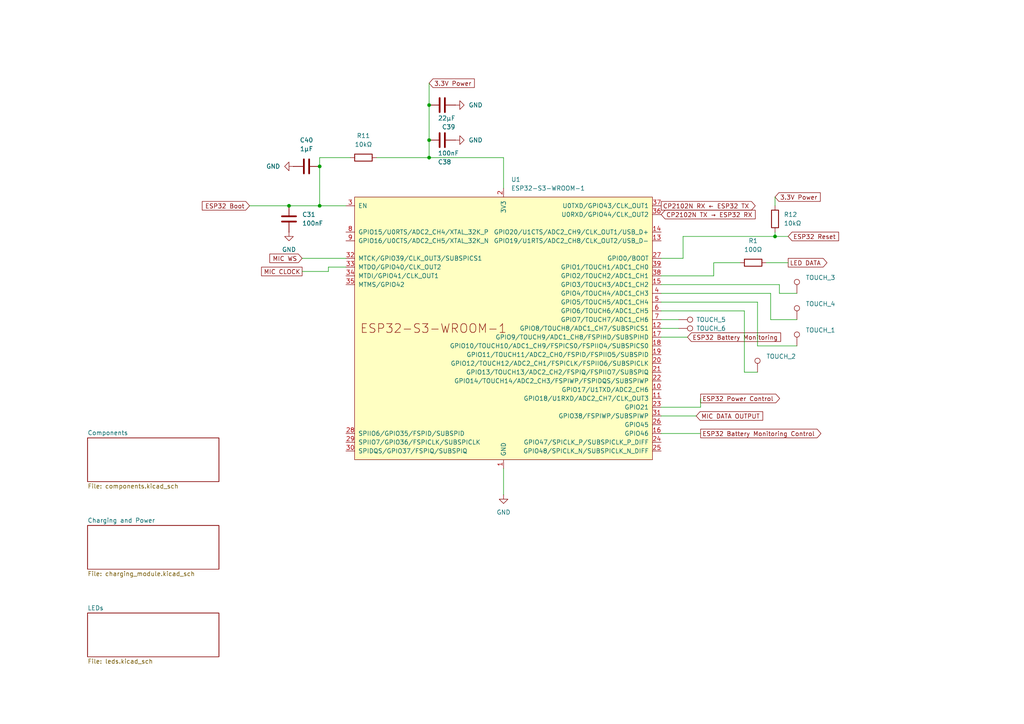
<source format=kicad_sch>
(kicad_sch (version 20250114) (generator "eeschema") (generator_version "9.0")
  (paper "A4")
  (lib_symbols
    (symbol "Connector:TestPoint" (pin_numbers (hide yes)) (pin_names (offset 0.762) (hide yes))
      (property "Reference" "TP" (at 0 6.858 0))
      (property "Value" "TestPoint" (at 0 5.08 0))
      (symbol "TestPoint_0_1"
        (circle (center 0 3.302) (radius 0.762))
      )
      (symbol "TestPoint_1_1"
        (pin passive line (at 0 0 90) (length 2.54) (name "1") (number "1"))
      )
    )
    (symbol "Device:C" (pin_numbers (hide yes)) (pin_names (offset 0.254))
      (property "Reference" "C" (at 0.635 2.54 0))
      (property "Value" "C" (at 0.635 -2.54 0))
      (symbol "C_0_1"
        (polyline (pts (xy -2.032 0.762) (xy 2.032 0.762)) (stroke (width 0.508)))
        (polyline (pts (xy -2.032 -0.762) (xy 2.032 -0.762)) (stroke (width 0.508)))
      )
      (symbol "C_1_1"
        (pin passive line (at 0 3.81 270) (length 2.794) (name "~") (number "1"))
        (pin passive line (at 0 -3.81 90) (length 2.794) (name "~") (number "2"))
      )
    )
    (symbol "Device:R" (pin_numbers (hide yes)) (pin_names (offset 0))
      (property "Reference" "R" (at 2.032 0 90))
      (property "Value" "R" (at 0 0 90))
      (symbol "R_0_1"
        (rectangle (start -1.016 -2.54) (end 1.016 2.54) (stroke (width 0.254)))
      )
      (symbol "R_1_1"
        (pin passive line (at 0 3.81 270) (length 1.27) (name "~") (number "1"))
        (pin passive line (at 0 -3.81 90) (length 1.27) (name "~") (number "2"))
      )
    )
    (symbol "PCM_Espressif:ESP32-S3-WROOM-1" (pin_names (offset 1.016))
      (property "Reference" "U" (at -43.18 43.18 0))
      (property "Value" "ESP32-S3-WROOM-1" (at -43.18 40.64 0))
      (symbol "ESP32-S3-WROOM-1_0_0"
        (text "ESP32-S3-WROOM-1" (at -20.32 0 0) (effects (font (size 2.54 2.54))))
        (pin input line (at -45.72 35.56 0) (length 2.54) (name "EN") (number "3"))
        (pin bidirectional line (at -45.72 27.94 0) (length 2.54) (name "GPIO15/U0RTS/ADC2_CH4/XTAL_32K_P") (number "8"))
        (pin bidirectional line (at -45.72 25.4 0) (length 2.54) (name "GPIO16/U0CTS/ADC2_CH5/XTAL_32K_N") (number "9"))
        (pin bidirectional line (at -45.72 20.32 0) (length 2.54) (name "MTCK/GPIO39/CLK_OUT3/SUBSPICS1") (number "32"))
        (pin bidirectional line (at -45.72 17.78 0) (length 2.54) (name "MTDO/GPIO40/CLK_OUT2") (number "33"))
        (pin bidirectional line (at -45.72 15.24 0) (length 2.54) (name "MTDI/GPIO41/CLK_OUT1") (number "34"))
        (pin bidirectional line (at -45.72 12.7 0) (length 2.54) (name "MTMS/GPIO42") (number "35"))
        (pin bidirectional line (at -45.72 -30.48 0) (length 2.54) (name "SPIIO6/GPIO35/FSPID/SUBSPID") (number "28"))
        (pin bidirectional line (at -45.72 -33.02 0) (length 2.54) (name "SPIIO7/GPIO36/FSPICLK/SUBSPICLK") (number "29"))
        (pin bidirectional line (at -45.72 -35.56 0) (length 2.54) (name "SPIDQS/GPIO37/FSPIQ/SUBSPIQ") (number "30"))
        (pin power_in line (at 0 40.64 270) (length 2.54) (name "3V3") (number "2"))
        (pin power_in line (at 0 -40.64 90) (length 2.54) (name "GND") (number "1"))
        (pin passive line (at 0 -40.64 90) (length 2.54) (hide yes) (name "GND") (number "40"))
        (pin passive line (at 0 -40.64 90) (length 2.54) (hide yes) (name "GND") (number "41"))
        (pin bidirectional line (at 45.72 35.56 180) (length 2.54) (name "U0TXD/GPIO43/CLK_OUT1") (number "37"))
        (pin bidirectional line (at 45.72 33.02 180) (length 2.54) (name "U0RXD/GPIO44/CLK_OUT2") (number "36"))
        (pin bidirectional line (at 45.72 27.94 180) (length 2.54) (name "GPIO20/U1CTS/ADC2_CH9/CLK_OUT1/USB_D+") (number "14"))
        (pin bidirectional line (at 45.72 25.4 180) (length 2.54) (name "GPIO19/U1RTS/ADC2_CH8/CLK_OUT2/USB_D-") (number "13"))
        (pin bidirectional line (at 45.72 20.32 180) (length 2.54) (name "GPIO0/BOOT") (number "27"))
        (pin bidirectional line (at 45.72 17.78 180) (length 2.54) (name "GPIO1/TOUCH1/ADC1_CH0") (number "39"))
        (pin bidirectional line (at 45.72 15.24 180) (length 2.54) (name "GPIO2/TOUCH2/ADC1_CH1") (number "38"))
        (pin bidirectional line (at 45.72 12.7 180) (length 2.54) (name "GPIO3/TOUCH3/ADC1_CH2") (number "15"))
        (pin bidirectional line (at 45.72 10.16 180) (length 2.54) (name "GPIO4/TOUCH4/ADC1_CH3") (number "4"))
        (pin bidirectional line (at 45.72 7.62 180) (length 2.54) (name "GPIO5/TOUCH5/ADC1_CH4") (number "5"))
        (pin bidirectional line (at 45.72 5.08 180) (length 2.54) (name "GPIO6/TOUCH6/ADC1_CH5") (number "6"))
        (pin bidirectional line (at 45.72 2.54 180) (length 2.54) (name "GPIO7/TOUCH7/ADC1_CH6") (number "7"))
        (pin bidirectional line (at 45.72 0 180) (length 2.54) (name "GPIO8/TOUCH8/ADC1_CH7/SUBSPICS1") (number "12"))
        (pin bidirectional line (at 45.72 -2.54 180) (length 2.54) (name "GPIO9/TOUCH9/ADC1_CH8/FSPIHD/SUBSPIHD") (number "17"))
        (pin bidirectional line (at 45.72 -5.08 180) (length 2.54) (name "GPIO10/TOUCH10/ADC1_CH9/FSPICS0/FSPIIO4/SUBSPICS0") (number "18"))
        (pin bidirectional line (at 45.72 -7.62 180) (length 2.54) (name "GPIO11/TOUCH11/ADC2_CH0/FSPID/FSPIIO5/SUBSPID") (number "19"))
        (pin bidirectional line (at 45.72 -10.16 180) (length 2.54) (name "GPIO12/TOUCH12/ADC2_CH1/FSPICLK/FSPIIO6/SUBSPICLK") (number "20"))
        (pin bidirectional line (at 45.72 -12.7 180) (length 2.54) (name "GPIO13/TOUCH13/ADC2_CH2/FSPIQ/FSPIIO7/SUBSPIQ") (number "21"))
        (pin bidirectional line (at 45.72 -15.24 180) (length 2.54) (name "GPIO14/TOUCH14/ADC2_CH3/FSPIWP/FSPIDQS/SUBSPIWP") (number "22"))
        (pin bidirectional line (at 45.72 -17.78 180) (length 2.54) (name "GPIO17/U1TXD/ADC2_CH6") (number "10"))
        (pin bidirectional line (at 45.72 -20.32 180) (length 2.54) (name "GPIO18/U1RXD/ADC2_CH7/CLK_OUT3") (number "11"))
        (pin bidirectional line (at 45.72 -22.86 180) (length 2.54) (name "GPIO21") (number "23"))
        (pin bidirectional line (at 45.72 -25.4 180) (length 2.54) (name "GPIO38/FSPIWP/SUBSPIWP") (number "31"))
        (pin bidirectional line (at 45.72 -27.94 180) (length 2.54) (name "GPIO45") (number "26"))
        (pin bidirectional line (at 45.72 -30.48 180) (length 2.54) (name "GPIO46") (number "16"))
        (pin bidirectional line (at 45.72 -33.02 180) (length 2.54) (name "GPIO47/SPICLK_P/SUBSPICLK_P_DIFF") (number "24"))
        (pin bidirectional line (at 45.72 -35.56 180) (length 2.54) (name "GPIO48/SPICLK_N/SUBSPICLK_N_DIFF") (number "25"))
      )
      (symbol "ESP32-S3-WROOM-1_0_1"
        (rectangle (start -43.18 38.1) (end 43.18 -38.1) (fill (type background)))
      )
    )
    (symbol "power:GND" (power) (pin_numbers (hide yes)) (pin_names (offset 0) (hide yes))
      (property "Value" "GND" (at 0 -3.81 0))
      (symbol "GND_0_1"
        (polyline (pts (xy 0 0) (xy 0 -1.27) (xy 1.27 -1.27) (xy 0 -2.54) (xy -1.27 -1.27) (xy 0 -1.27)))
      )
      (symbol "GND_1_1"
        (pin power_in line (at 0 0 270) (length 0) (name "~") (number "1"))
      )
    )
  )
  (junction (at 224.79 68.58))
  (junction (at 124.46 40.64))
  (junction (at 124.46 30.48))
  (junction (at 83.82 59.69))
  (junction (at 92.71 59.69))
  (junction (at 124.46 45.72))
  (junction (at 92.71 48.26))
  (wire (pts (xy 124.46 45.72) (xy 146.05 45.72)))
  (wire (pts (xy 223.52 92.71) (xy 223.52 85.09)))
  (wire (pts (xy 198.12 74.93) (xy 191.77 74.93)))
  (wire (pts (xy 191.77 85.09) (xy 223.52 85.09)))
  (wire (pts (xy 191.77 92.71) (xy 196.85 92.71)))
  (wire (pts (xy 92.71 59.69) (xy 100.33 59.69)))
  (wire (pts (xy 146.05 45.72) (xy 146.05 54.61)))
  (wire (pts (xy 215.9 90.17) (xy 215.9 107.95)))
  (wire (pts (xy 219.71 100.33) (xy 219.71 87.63)))
  (wire (pts (xy 224.79 57.15) (xy 224.79 59.69)))
  (wire (pts (xy 207.01 76.2) (xy 207.01 80.01)))
  (wire (pts (xy 83.82 59.69) (xy 92.71 59.69)))
  (wire (pts (xy 124.46 40.64) (xy 124.46 45.72)))
  (wire (pts (xy 224.79 67.31) (xy 224.79 68.58)))
  (wire (pts (xy 124.46 24.13) (xy 124.46 30.48)))
  (wire (pts (xy 72.39 59.69) (xy 83.82 59.69)))
  (wire (pts (xy 222.25 76.2) (xy 228.6 76.2)))
  (wire (pts (xy 191.77 125.73) (xy 203.2 125.73)))
  (wire (pts (xy 228.6 68.58) (xy 224.79 68.58)))
  (wire (pts (xy 95.25 77.47) (xy 95.25 78.74)))
  (wire (pts (xy 100.33 77.47) (xy 95.25 77.47)))
  (wire (pts (xy 223.52 92.71) (xy 231.14 92.71)))
  (wire (pts (xy 124.46 30.48) (xy 124.46 40.64)))
  (wire (pts (xy 215.9 107.95) (xy 219.71 107.95)))
  (wire (pts (xy 101.6 45.72) (xy 92.71 45.72)))
  (wire (pts (xy 92.71 45.72) (xy 92.71 48.26)))
  (wire (pts (xy 207.01 80.01) (xy 191.77 80.01)))
  (wire (pts (xy 191.77 97.79) (xy 199.39 97.79)))
  (wire (pts (xy 191.77 87.63) (xy 219.71 87.63)))
  (wire (pts (xy 226.06 85.09) (xy 226.06 82.55)))
  (wire (pts (xy 191.77 90.17) (xy 215.9 90.17)))
  (wire (pts (xy 146.05 135.89) (xy 146.05 143.51)))
  (wire (pts (xy 226.06 85.09) (xy 231.14 85.09)))
  (wire (pts (xy 198.12 68.58) (xy 198.12 74.93)))
  (wire (pts (xy 191.77 95.25) (xy 196.85 95.25)))
  (wire (pts (xy 207.01 76.2) (xy 214.63 76.2)))
  (wire (pts (xy 124.46 45.72) (xy 109.22 45.72)))
  (wire (pts (xy 219.71 100.33) (xy 231.14 100.33)))
  (wire (pts (xy 191.77 120.65) (xy 201.93 120.65)))
  (wire (pts (xy 95.25 78.74) (xy 87.63 78.74)))
  (wire (pts (xy 92.71 48.26) (xy 92.71 59.69)))
  (wire (pts (xy 226.06 82.55) (xy 191.77 82.55)))
  (wire (pts (xy 191.77 118.11) (xy 203.2 118.11)))
  (wire (pts (xy 224.79 68.58) (xy 198.12 68.58)))
  (wire (pts (xy 203.2 118.11) (xy 203.2 115.57)))
  (wire (pts (xy 87.63 74.93) (xy 100.33 74.93)))
  (global_label "CP2102N RX ← ESP32 TX" (shape output) (at 191.77 59.69 0) (property "Intersheetrefs" "${INTERSHEET_REFS}" (effects (hide yes))))
  (global_label "CP2102N TX → ESP32 RX" (shape input) (at 191.77 62.23 0) (property "Intersheetrefs" "${INTERSHEET_REFS}" (effects (hide yes))))
  (global_label "ESP32 Power Control" (shape output) (at 203.2 115.57 0) (property "Intersheetrefs" "${INTERSHEET_REFS}" (effects (hide yes))))
  (global_label "ESP32 Reset" (shape input) (at 228.6 68.58 0) (property "Intersheetrefs" "${INTERSHEET_REFS}" (effects (hide yes))))
  (global_label "3.3V Power" (shape input) (at 124.46 24.13 0) (property "Intersheetrefs" "${INTERSHEET_REFS}" (effects (hide yes))))
  (global_label "3.3V Power" (shape input) (at 224.79 57.15 0) (property "Intersheetrefs" "${INTERSHEET_REFS}" (effects (hide yes))))
  (global_label "ESP32 Battery Monitoring Control" (shape output) (at 203.2 125.73 0) (property "Intersheetrefs" "${INTERSHEET_REFS}" (effects (hide yes))))
  (global_label "LED DATA" (shape output) (at 228.6 76.2 0) (property "Intersheetrefs" "${LED_DATA}" (effects (hide yes))))
  (global_label "MIC WS" (shape input) (at 87.63 74.93 180) (property "Intersheetrefs" "${INTERSHEET_REFS}" (effects (hide yes))))
  (global_label "MIC DATA OUTPUT" (shape input) (at 201.93 120.65 0) (property "Intersheetrefs" "${INTERSHEET_REFS}" (effects (hide yes))))
  (global_label "ESP32 Battery Monitoring" (shape input) (at 199.39 97.79 0) (property "Intersheetrefs" "${INTERSHEET_REFS}" (effects (hide yes))))
  (global_label "ESP32 Boot" (shape input) (at 72.39 59.69 180) (property "Intersheetrefs" "${INTERSHEET_REFS}" (effects (hide yes))))
  (global_label "MIC CLOCK" (shape passive) (at 87.63 78.74 180) (property "Intersheetrefs" "${INTERSHEET_REFS}" (effects (hide yes))))
  (symbol (lib_id "Device:C") (at 88.9 48.26 90) (unit 1)
    (property "Reference" "C40" (at 88.9 40.64 90))
    (property "Value" "1µF" (at 88.9 43.18 90))
    (property "Footprint" "Capacitor_SMD:C_0603_1608Metric" (effects (hide yes)))
    (property "Datasheet" "https://jlcpcb.com/api/file/downloadByFileSystemAccessId/8556213788459761664" (effects (hide yes)))
    (property "Description" "Unpolarized capacitor" (effects (hide yes)))
    (property "JLCPCB Part #" "C15849" (effects (hide yes)))
  )
  (symbol (lib_id "Connector:TestPoint") (at 231.14 85.09 0) (unit 1)
    (property "Reference" "TOUCH_3" (at 233.68 80.5179 0) (effects (justify left)))
    (property "Value" "TestPoint" (effects (hide yes)))
    (property "Footprint" "footprints:TestPoint_Pad_D12.0mm" (effects (hide yes)))
    (property "Description" "test point" (effects (hide yes)))
  )
  (symbol (lib_id "power:GND") (at 85.09 48.26 270) (unit 1)
    (property "Reference" "#PWR037" (effects (hide yes)))
    (property "Value" "GND" (at 81.28 48.2599 90) (effects (justify right)))
    (property "Description" "Power symbol creates a global label with name \"GND\" , ground" (effects (hide yes)))
  )
  (symbol (lib_id "power:GND") (at 146.05 143.51 0) (unit 1)
    (property "Reference" "#PWR09" (effects (hide yes)))
    (property "Value" "GND" (at 146.05 148.59 0))
    (property "Description" "Power symbol creates a global label with name \"GND\" , ground" (effects (hide yes)))
  )
  (symbol (lib_id "Connector:TestPoint") (at 231.14 92.71 0) (unit 1)
    (property "Reference" "TOUCH_4" (at 233.68 88.1379 0) (effects (justify left)))
    (property "Value" "TestPoint" (effects (hide yes)))
    (property "Footprint" "footprints:Touch_Pad_StopSign_6mm" (effects (hide yes)))
    (property "Description" "test point" (effects (hide yes)))
  )
  (symbol (lib_id "power:GND") (at 132.08 30.48 90) (unit 1)
    (property "Reference" "#PWR036" (effects (hide yes)))
    (property "Value" "GND" (at 135.89 30.4799 90) (effects (justify right)))
    (property "Description" "Power symbol creates a global label with name \"GND\" , ground" (effects (hide yes)))
  )
  (symbol (lib_id "Connector:TestPoint") (at 196.85 92.71 270) (unit 1)
    (property "Reference" "TOUCH_5" (at 201.93 92.71 90) (effects (justify left)))
    (property "Value" "TestPoint" (effects (hide yes)))
    (property "Footprint" "footprints:TestPoint_Pad_D7.0mm" (effects (hide yes)))
    (property "Description" "test point" (effects (hide yes)))
  )
  (symbol (lib_id "power:GND") (at 132.08 40.64 90) (unit 1)
    (property "Reference" "#PWR035" (effects (hide yes)))
    (property "Value" "GND" (at 135.89 40.6399 90) (effects (justify right)))
    (property "Description" "Power symbol creates a global label with name \"GND\" , ground" (effects (hide yes)))
  )
  (symbol (lib_id "Connector:TestPoint") (at 219.71 107.95 0) (unit 1)
    (property "Reference" "TOUCH_2" (at 222.25 103.3779 0) (effects (justify left)))
    (property "Value" "TestPoint" (effects (hide yes)))
    (property "Footprint" "footprints:TestPoint_Pad_D12.0mm" (effects (hide yes)))
    (property "Description" "test point" (effects (hide yes)))
  )
  (symbol (lib_id "Device:C") (at 83.82 63.5 180) (unit 1)
    (property "Reference" "C31" (at 87.63 62.2299 0) (effects (justify right)))
    (property "Value" "100nF" (at 87.63 64.7699 0) (effects (justify right)))
    (property "Footprint" "Capacitor_SMD:C_0402_1005Metric" (effects (hide yes)))
    (property "Datasheet" "https://www.lcsc.com/datasheet/lcsc_datasheet_2304140030_Samsung-Electro-Mechanics-CL05B104KO5NNNC_C1525.pdf" (effects (hide yes)))
    (property "Description" "Unpolarized capacitor" (effects (hide yes)))
    (property "JLCPCB Part #" "C1525" (effects (hide yes)))
  )
  (symbol (lib_id "power:GND") (at 83.82 67.31 0) (unit 1)
    (property "Reference" "#PWR038" (effects (hide yes)))
    (property "Value" "GND" (at 83.82 72.39 0))
    (property "Description" "Power symbol creates a global label with name \"GND\" , ground" (effects (hide yes)))
  )
  (symbol (lib_id "Device:R") (at 224.79 63.5 0) (unit 1)
    (property "Reference" "R12" (at 227.33 62.2299 0) (effects (justify left)))
    (property "Value" "10kΩ" (at 227.33 64.7699 0) (effects (justify left)))
    (property "Footprint" "Resistor_SMD:R_0603_1608Metric" (effects (hide yes)))
    (property "Datasheet" "https://jlcpcb.com/api/file/downloadByFileSystemAccessId/8579706381320323072" (effects (hide yes)))
    (property "Description" "Resistor" (effects (hide yes)))
    (property "JLCPCB Part #" "C25804" (effects (hide yes)))
  )
  (symbol (lib_id "Connector:TestPoint") (at 196.85 95.25 270) (unit 1)
    (property "Reference" "TOUCH_6" (at 201.93 95.2499 90) (effects (justify left)))
    (property "Value" "TestPoint" (effects (hide yes)))
    (property "Footprint" "footprints:TestPoint_Pad_D7.0mm" (effects (hide yes)))
    (property "Description" "test point" (effects (hide yes)))
  )
  (symbol (lib_id "Device:R") (at 105.41 45.72 90) (unit 1)
    (property "Reference" "R11" (at 105.41 39.37 90))
    (property "Value" "10kΩ" (at 105.41 41.91 90))
    (property "Footprint" "Resistor_SMD:R_0603_1608Metric" (effects (hide yes)))
    (property "Datasheet" "https://jlcpcb.com/api/file/downloadByFileSystemAccessId/8579706381320323072" (effects (hide yes)))
    (property "Description" "Resistor" (effects (hide yes)))
    (property "JLCPCB Part #" "C25804" (effects (hide yes)))
  )
  (symbol (lib_id "PCM_Espressif:ESP32-S3-WROOM-1") (at 146.05 95.25 0) (unit 1)
    (property "Reference" "U1" (at 148.2441 52.07 0) (effects (justify left)))
    (property "Value" "ESP32-S3-WROOM-1" (at 148.2441 54.61 0) (effects (justify left)))
    (property "Footprint" "RF_Module:ESP32-S3-WROOM-1" (effects (hide yes)))
    (property "Datasheet" "https://www.espressif.com/sites/default/files/documentation/esp32-s3-wroom-1_wroom-1u_datasheet_en.pdf" (effects (hide yes)))
    (property "Description" "2.4 GHz WiFi (802.11 b/g/n) and Bluetooth ® 5 (LE) module Built around ESP32S3 series of SoCs, Xtensa ® dualcore 32bit LX7 microprocessor Flash up to 16 MB, PSRAM up to 8 MB 36 GPIOs, rich set of peripherals Onboard PCB antenna" (effects (hide yes)))
    (property "JLCPCB Part #" "C2913198" (effects (hide yes)))
  )
  (symbol (lib_id "Device:C") (at 128.27 30.48 90) (unit 1)
    (property "Reference" "C39" (at 132.08 36.83 90) (effects (justify left)))
    (property "Value" "22µF" (at 132.08 34.29 90) (effects (justify left)))
    (property "Footprint" "Capacitor_SMD:C_0603_1608Metric" (effects (hide yes)))
    (property "Datasheet" "https://jlcpcb.com/api/file/downloadByFileSystemAccessId/8555544417670705152" (effects (hide yes)))
    (property "Description" "Unpolarized capacitor" (effects (hide yes)))
    (property "JLCPCB Part #" "C59461" (effects (hide yes)))
  )
  (symbol (lib_id "Device:R") (at 218.44 76.2 90) (unit 1)
    (property "Reference" "R1" (at 218.44 69.85 90))
    (property "Value" "100Ω" (at 218.44 72.39 90))
    (property "Footprint" "Resistor_SMD:R_0603_1608Metric" (effects (hide yes)))
    (property "Datasheet" "https://jlcpcb.com/api/file/downloadByFileSystemAccessId/8579706114222985216" (effects (hide yes)))
    (property "Description" "Resistor" (effects (hide yes)))
    (property "JLCPCB Part #" "C22775" (effects (hide yes)))
  )
  (symbol (lib_id "Connector:TestPoint") (at 231.14 100.33 0) (unit 1)
    (property "Reference" "TOUCH_1" (at 233.68 95.7579 0) (effects (justify left)))
    (property "Value" "TestPoint" (effects (hide yes)))
    (property "Footprint" "footprints:TestPoint_Pad_D12.0mm" (effects (hide yes)))
    (property "Description" "test point" (effects (hide yes)))
  )
  (symbol (lib_id "Device:C") (at 128.27 40.64 270) (unit 1)
    (property "Reference" "C38" (at 127 46.99 90) (effects (justify left)))
    (property "Value" "100nF" (at 127 44.45 90) (effects (justify left)))
    (property "Footprint" "Capacitor_SMD:C_0402_1005Metric" (effects (hide yes)))
    (property "Datasheet" "https://www.lcsc.com/datasheet/lcsc_datasheet_2304140030_Samsung-Electro-Mechanics-CL05B104KO5NNNC_C1525.pdf" (effects (hide yes)))
    (property "Description" "Unpolarized capacitor" (effects (hide yes)))
    (property "JLCPCB Part #" "C1525" (effects (hide yes)))
  )
  (sheet (at 25.4 177.8) (size 38.1 12.7) (stroke (width 0.1524))
    (property "Sheetname" "LEDs" (at 25.4 177.0884 0) (effects (justify left bottom)))
    (property "Sheetfile" "leds.kicad_sch" (at 25.4 191.0846 0) (effects (justify left top)))
  )
  (sheet (at 25.4 127) (size 38.1 12.7) (stroke (width 0.1524))
    (property "Sheetname" "Components" (at 25.4 126.2884 0) (effects (justify left bottom)))
    (property "Sheetfile" "components.kicad_sch" (at 25.4 140.2846 0) (effects (justify left top)))
  )
  (sheet (at 25.4 152.4) (size 38.1 12.7) (stroke (width 0.1524))
    (property "Sheetname" "Charging and Power" (at 25.4 151.6884 0) (effects (justify left bottom)))
    (property "Sheetfile" "charging_module.kicad_sch" (at 25.4 165.6846 0) (effects (justify left top)))
  )
)
</source>
